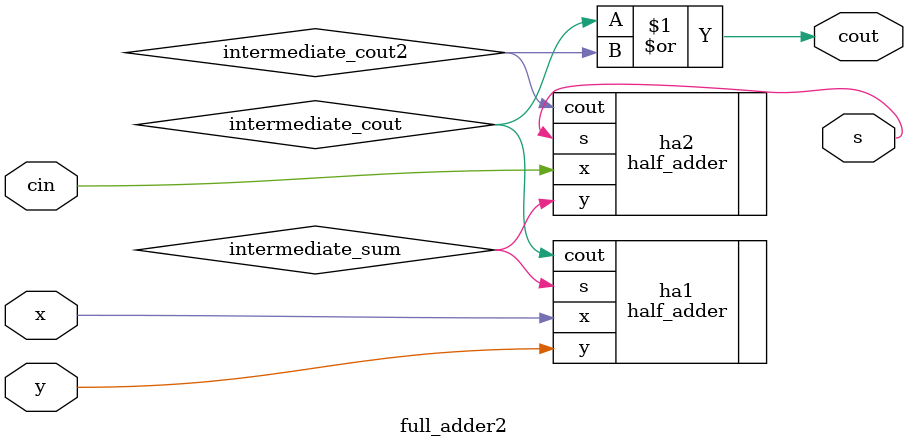
<source format=v>
module full_adder2 (
    input x, y, cin,
    output s, cout
);

wire intermediate_sum, intermediate_cout, intermediate_sum2, intermediate_cout2;

half_adder ha1 (
    .x(x),
    .y(y),
    .s(intermediate_sum),
    .cout(intermediate_cout)
);

half_adder ha2 (
    .x(cin),
    .y(intermediate_sum),
    .s(s),
    .cout(intermediate_cout2)
);

assign cout = intermediate_cout | intermediate_cout2;

endmodule

</source>
